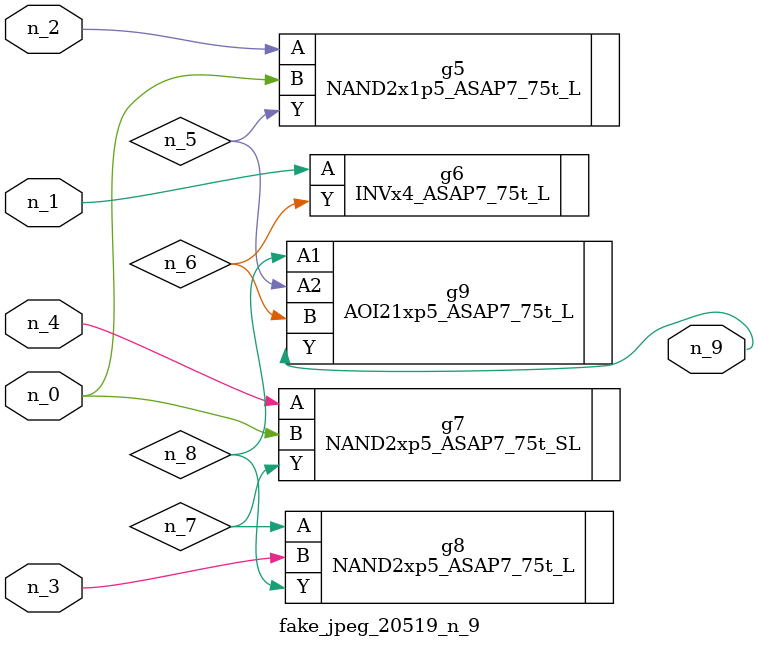
<source format=v>
module fake_jpeg_20519_n_9 (n_3, n_2, n_1, n_0, n_4, n_9);

input n_3;
input n_2;
input n_1;
input n_0;
input n_4;

output n_9;

wire n_8;
wire n_6;
wire n_5;
wire n_7;

NAND2x1p5_ASAP7_75t_L g5 ( 
.A(n_2),
.B(n_0),
.Y(n_5)
);

INVx4_ASAP7_75t_L g6 ( 
.A(n_1),
.Y(n_6)
);

NAND2xp5_ASAP7_75t_SL g7 ( 
.A(n_4),
.B(n_0),
.Y(n_7)
);

NAND2xp5_ASAP7_75t_L g8 ( 
.A(n_7),
.B(n_3),
.Y(n_8)
);

AOI21xp5_ASAP7_75t_L g9 ( 
.A1(n_8),
.A2(n_5),
.B(n_6),
.Y(n_9)
);


endmodule
</source>
